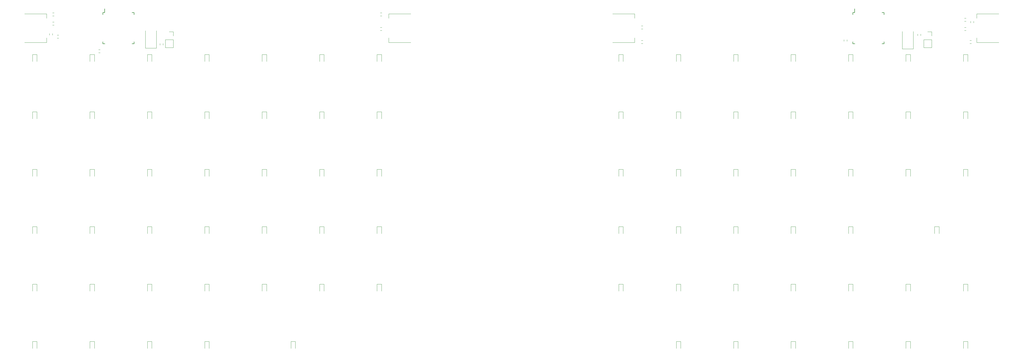
<source format=gbr>
%TF.GenerationSoftware,KiCad,Pcbnew,5.1.10-1.fc34*%
%TF.CreationDate,2021-08-03T16:02:25+03:00*%
%TF.ProjectId,keyboard,6b657962-6f61-4726-942e-6b696361645f,rev?*%
%TF.SameCoordinates,Original*%
%TF.FileFunction,Legend,Bot*%
%TF.FilePolarity,Positive*%
%FSLAX46Y46*%
G04 Gerber Fmt 4.6, Leading zero omitted, Abs format (unit mm)*
G04 Created by KiCad (PCBNEW 5.1.10-1.fc34) date 2021-08-03 16:02:25*
%MOMM*%
%LPD*%
G01*
G04 APERTURE LIST*
%ADD10C,0.120000*%
%ADD11C,0.150000*%
G04 APERTURE END LIST*
D10*
%TO.C,Y1*%
X66272000Y-24386000D02*
X66272000Y-18636000D01*
X69872000Y-24386000D02*
X66272000Y-24386000D01*
X69872000Y-18636000D02*
X69872000Y-24386000D01*
%TO.C,Y2*%
X316716000Y-24640000D02*
X316716000Y-18890000D01*
X320316000Y-24640000D02*
X316716000Y-24640000D01*
X320316000Y-18890000D02*
X320316000Y-24640000D01*
D11*
%TO.C,U2*%
X300962000Y-12605000D02*
X300962000Y-11330000D01*
X300387000Y-22955000D02*
X300387000Y-22280000D01*
X310737000Y-22955000D02*
X310737000Y-22280000D01*
X310737000Y-12605000D02*
X310737000Y-13280000D01*
X300387000Y-12605000D02*
X300387000Y-13280000D01*
X310737000Y-12605000D02*
X310062000Y-12605000D01*
X310737000Y-22955000D02*
X310062000Y-22955000D01*
X300387000Y-22955000D02*
X301062000Y-22955000D01*
X300387000Y-12605000D02*
X300962000Y-12605000D01*
%TO.C,U1*%
X52804000Y-12605000D02*
X52804000Y-11330000D01*
X52229000Y-22955000D02*
X52229000Y-22280000D01*
X62579000Y-22955000D02*
X62579000Y-22280000D01*
X62579000Y-12605000D02*
X62579000Y-13280000D01*
X52229000Y-12605000D02*
X52229000Y-13280000D01*
X62579000Y-12605000D02*
X61904000Y-12605000D01*
X62579000Y-22955000D02*
X61904000Y-22955000D01*
X52229000Y-22955000D02*
X52904000Y-22955000D01*
X52229000Y-12605000D02*
X52804000Y-12605000D01*
D10*
%TO.C,R16*%
X230869258Y-22874500D02*
X230394742Y-22874500D01*
X230869258Y-21829500D02*
X230394742Y-21829500D01*
%TO.C,R15*%
X144034742Y-12685500D02*
X144509258Y-12685500D01*
X144034742Y-13730500D02*
X144509258Y-13730500D01*
%TO.C,R14*%
X230869258Y-18048500D02*
X230394742Y-18048500D01*
X230869258Y-17003500D02*
X230394742Y-17003500D01*
%TO.C,R13*%
X144034742Y-17511500D02*
X144509258Y-17511500D01*
X144034742Y-18556500D02*
X144509258Y-18556500D01*
%TO.C,R12*%
X321803500Y-20240258D02*
X321803500Y-19765742D01*
X322848500Y-20240258D02*
X322848500Y-19765742D01*
%TO.C,R11*%
X71105500Y-23351258D02*
X71105500Y-22876742D01*
X72150500Y-23351258D02*
X72150500Y-22876742D01*
%TO.C,R10*%
X298464500Y-21606742D02*
X298464500Y-22081258D01*
X297419500Y-21606742D02*
X297419500Y-22081258D01*
%TO.C,R9*%
X50816742Y-24877500D02*
X51291258Y-24877500D01*
X50816742Y-25922500D02*
X51291258Y-25922500D01*
%TO.C,R8*%
X337328742Y-14463500D02*
X337803258Y-14463500D01*
X337328742Y-15508500D02*
X337803258Y-15508500D01*
%TO.C,R7*%
X37575258Y-21096500D02*
X37100742Y-21096500D01*
X37575258Y-20051500D02*
X37100742Y-20051500D01*
%TO.C,R6*%
X337328742Y-17511500D02*
X337803258Y-17511500D01*
X337328742Y-18556500D02*
X337803258Y-18556500D01*
%TO.C,R5*%
X36051258Y-16778500D02*
X35576742Y-16778500D01*
X36051258Y-15733500D02*
X35576742Y-15733500D01*
%TO.C,R4*%
X339106742Y-21829500D02*
X339581258Y-21829500D01*
X339106742Y-22874500D02*
X339581258Y-22874500D01*
%TO.C,R3*%
X35576742Y-12685500D02*
X36051258Y-12685500D01*
X35576742Y-13730500D02*
X36051258Y-13730500D01*
%TO.C,R2*%
X340374500Y-15510742D02*
X340374500Y-15985258D01*
X339329500Y-15510742D02*
X339329500Y-15985258D01*
%TO.C,R1*%
X34529500Y-20049258D02*
X34529500Y-19574742D01*
X35574500Y-20049258D02*
X35574500Y-19574742D01*
%TO.C,J6*%
X228128000Y-22530000D02*
X228128000Y-21030000D01*
X228128000Y-22530000D02*
X220868000Y-22530000D01*
X228128000Y-13030000D02*
X220868000Y-13030000D01*
X228128000Y-14530000D02*
X228128000Y-13030000D01*
%TO.C,J5*%
X146776000Y-13030000D02*
X146776000Y-14530000D01*
X146776000Y-13030000D02*
X154036000Y-13030000D01*
X146776000Y-22530000D02*
X154036000Y-22530000D01*
X146776000Y-21030000D02*
X146776000Y-22530000D01*
%TO.C,J4*%
X326450000Y-18990000D02*
X325120000Y-18990000D01*
X326450000Y-20320000D02*
X326450000Y-18990000D01*
X326450000Y-21590000D02*
X323790000Y-21590000D01*
X323790000Y-21590000D02*
X323790000Y-24190000D01*
X326450000Y-21590000D02*
X326450000Y-24190000D01*
X326450000Y-24190000D02*
X323790000Y-24190000D01*
%TO.C,J3*%
X75498000Y-18990000D02*
X74168000Y-18990000D01*
X75498000Y-20320000D02*
X75498000Y-18990000D01*
X75498000Y-21590000D02*
X72838000Y-21590000D01*
X72838000Y-21590000D02*
X72838000Y-24190000D01*
X75498000Y-21590000D02*
X75498000Y-24190000D01*
X75498000Y-24190000D02*
X72838000Y-24190000D01*
%TO.C,J2*%
X341340000Y-13030000D02*
X341340000Y-14530000D01*
X341340000Y-13030000D02*
X348600000Y-13030000D01*
X341340000Y-22530000D02*
X348600000Y-22530000D01*
X341340000Y-21030000D02*
X341340000Y-22530000D01*
%TO.C,J1*%
X33564000Y-22530000D02*
X33564000Y-21030000D01*
X33564000Y-22530000D02*
X26304000Y-22530000D01*
X33564000Y-13030000D02*
X26304000Y-13030000D01*
X33564000Y-14530000D02*
X33564000Y-13030000D01*
%TO.C,D1*%
X28915000Y-28800000D02*
X28915000Y-26515000D01*
X28915000Y-26515000D02*
X30385000Y-26515000D01*
X30385000Y-26515000D02*
X30385000Y-28800000D01*
%TO.C,D2*%
X47915000Y-28800000D02*
X47915000Y-26515000D01*
X47915000Y-26515000D02*
X49385000Y-26515000D01*
X49385000Y-26515000D02*
X49385000Y-28800000D01*
%TO.C,D3*%
X66915000Y-28800000D02*
X66915000Y-26515000D01*
X66915000Y-26515000D02*
X68385000Y-26515000D01*
X68385000Y-26515000D02*
X68385000Y-28800000D01*
%TO.C,D4*%
X87385000Y-26515000D02*
X87385000Y-28800000D01*
X85915000Y-26515000D02*
X87385000Y-26515000D01*
X85915000Y-28800000D02*
X85915000Y-26515000D01*
%TO.C,D5*%
X106385000Y-26515000D02*
X106385000Y-28800000D01*
X104915000Y-26515000D02*
X106385000Y-26515000D01*
X104915000Y-28800000D02*
X104915000Y-26515000D01*
%TO.C,D6*%
X123915000Y-28800000D02*
X123915000Y-26515000D01*
X123915000Y-26515000D02*
X125385000Y-26515000D01*
X125385000Y-26515000D02*
X125385000Y-28800000D01*
%TO.C,D7*%
X142915000Y-28800000D02*
X142915000Y-26515000D01*
X142915000Y-26515000D02*
X144385000Y-26515000D01*
X144385000Y-26515000D02*
X144385000Y-28800000D01*
%TO.C,D8*%
X222915000Y-28800000D02*
X222915000Y-26515000D01*
X222915000Y-26515000D02*
X224385000Y-26515000D01*
X224385000Y-26515000D02*
X224385000Y-28800000D01*
%TO.C,D9*%
X241915000Y-28800000D02*
X241915000Y-26515000D01*
X241915000Y-26515000D02*
X243385000Y-26515000D01*
X243385000Y-26515000D02*
X243385000Y-28800000D01*
%TO.C,D10*%
X260915000Y-28800000D02*
X260915000Y-26515000D01*
X260915000Y-26515000D02*
X262385000Y-26515000D01*
X262385000Y-26515000D02*
X262385000Y-28800000D01*
%TO.C,D11*%
X281385000Y-26515000D02*
X281385000Y-28800000D01*
X279915000Y-26515000D02*
X281385000Y-26515000D01*
X279915000Y-28800000D02*
X279915000Y-26515000D01*
%TO.C,D12*%
X300385000Y-26515000D02*
X300385000Y-28800000D01*
X298915000Y-26515000D02*
X300385000Y-26515000D01*
X298915000Y-28800000D02*
X298915000Y-26515000D01*
%TO.C,D13*%
X319385000Y-26515000D02*
X319385000Y-28800000D01*
X317915000Y-26515000D02*
X319385000Y-26515000D01*
X317915000Y-28800000D02*
X317915000Y-26515000D01*
%TO.C,D14*%
X338385000Y-26515000D02*
X338385000Y-28800000D01*
X336915000Y-26515000D02*
X338385000Y-26515000D01*
X336915000Y-28800000D02*
X336915000Y-26515000D01*
%TO.C,D15*%
X28915000Y-47800000D02*
X28915000Y-45515000D01*
X28915000Y-45515000D02*
X30385000Y-45515000D01*
X30385000Y-45515000D02*
X30385000Y-47800000D01*
%TO.C,D16*%
X49385000Y-45515000D02*
X49385000Y-47800000D01*
X47915000Y-45515000D02*
X49385000Y-45515000D01*
X47915000Y-47800000D02*
X47915000Y-45515000D01*
%TO.C,D17*%
X68385000Y-45515000D02*
X68385000Y-47800000D01*
X66915000Y-45515000D02*
X68385000Y-45515000D01*
X66915000Y-47800000D02*
X66915000Y-45515000D01*
%TO.C,D18*%
X87385000Y-45515000D02*
X87385000Y-47800000D01*
X85915000Y-45515000D02*
X87385000Y-45515000D01*
X85915000Y-47800000D02*
X85915000Y-45515000D01*
%TO.C,D19*%
X104915000Y-47800000D02*
X104915000Y-45515000D01*
X104915000Y-45515000D02*
X106385000Y-45515000D01*
X106385000Y-45515000D02*
X106385000Y-47800000D01*
%TO.C,D20*%
X123915000Y-47800000D02*
X123915000Y-45515000D01*
X123915000Y-45515000D02*
X125385000Y-45515000D01*
X125385000Y-45515000D02*
X125385000Y-47800000D01*
%TO.C,D21*%
X144385000Y-45515000D02*
X144385000Y-47800000D01*
X142915000Y-45515000D02*
X144385000Y-45515000D01*
X142915000Y-47800000D02*
X142915000Y-45515000D01*
%TO.C,D22*%
X224385000Y-45515000D02*
X224385000Y-47800000D01*
X222915000Y-45515000D02*
X224385000Y-45515000D01*
X222915000Y-47800000D02*
X222915000Y-45515000D01*
%TO.C,D23*%
X243385000Y-45515000D02*
X243385000Y-47800000D01*
X241915000Y-45515000D02*
X243385000Y-45515000D01*
X241915000Y-47800000D02*
X241915000Y-45515000D01*
%TO.C,D24*%
X260915000Y-47800000D02*
X260915000Y-45515000D01*
X260915000Y-45515000D02*
X262385000Y-45515000D01*
X262385000Y-45515000D02*
X262385000Y-47800000D01*
%TO.C,D25*%
X281385000Y-45515000D02*
X281385000Y-47800000D01*
X279915000Y-45515000D02*
X281385000Y-45515000D01*
X279915000Y-47800000D02*
X279915000Y-45515000D01*
%TO.C,D26*%
X298915000Y-47800000D02*
X298915000Y-45515000D01*
X298915000Y-45515000D02*
X300385000Y-45515000D01*
X300385000Y-45515000D02*
X300385000Y-47800000D01*
%TO.C,D27*%
X319385000Y-45515000D02*
X319385000Y-47800000D01*
X317915000Y-45515000D02*
X319385000Y-45515000D01*
X317915000Y-47800000D02*
X317915000Y-45515000D01*
%TO.C,D28*%
X336915000Y-47800000D02*
X336915000Y-45515000D01*
X336915000Y-45515000D02*
X338385000Y-45515000D01*
X338385000Y-45515000D02*
X338385000Y-47800000D01*
%TO.C,D29*%
X30385000Y-64515000D02*
X30385000Y-66800000D01*
X28915000Y-64515000D02*
X30385000Y-64515000D01*
X28915000Y-66800000D02*
X28915000Y-64515000D01*
%TO.C,D30*%
X47915000Y-66800000D02*
X47915000Y-64515000D01*
X47915000Y-64515000D02*
X49385000Y-64515000D01*
X49385000Y-64515000D02*
X49385000Y-66800000D01*
%TO.C,D31*%
X68385000Y-64515000D02*
X68385000Y-66800000D01*
X66915000Y-64515000D02*
X68385000Y-64515000D01*
X66915000Y-66800000D02*
X66915000Y-64515000D01*
%TO.C,D32*%
X87385000Y-64515000D02*
X87385000Y-66800000D01*
X85915000Y-64515000D02*
X87385000Y-64515000D01*
X85915000Y-66800000D02*
X85915000Y-64515000D01*
%TO.C,D33*%
X106385000Y-64515000D02*
X106385000Y-66800000D01*
X104915000Y-64515000D02*
X106385000Y-64515000D01*
X104915000Y-66800000D02*
X104915000Y-64515000D01*
%TO.C,D34*%
X123915000Y-66800000D02*
X123915000Y-64515000D01*
X123915000Y-64515000D02*
X125385000Y-64515000D01*
X125385000Y-64515000D02*
X125385000Y-66800000D01*
%TO.C,D35*%
X144385000Y-64515000D02*
X144385000Y-66800000D01*
X142915000Y-64515000D02*
X144385000Y-64515000D01*
X142915000Y-66800000D02*
X142915000Y-64515000D01*
%TO.C,D36*%
X222915000Y-66800000D02*
X222915000Y-64515000D01*
X222915000Y-64515000D02*
X224385000Y-64515000D01*
X224385000Y-64515000D02*
X224385000Y-66800000D01*
%TO.C,D37*%
X243385000Y-64515000D02*
X243385000Y-66800000D01*
X241915000Y-64515000D02*
X243385000Y-64515000D01*
X241915000Y-66800000D02*
X241915000Y-64515000D01*
%TO.C,D38*%
X260915000Y-66800000D02*
X260915000Y-64515000D01*
X260915000Y-64515000D02*
X262385000Y-64515000D01*
X262385000Y-64515000D02*
X262385000Y-66800000D01*
%TO.C,D39*%
X281385000Y-64515000D02*
X281385000Y-66800000D01*
X279915000Y-64515000D02*
X281385000Y-64515000D01*
X279915000Y-66800000D02*
X279915000Y-64515000D01*
%TO.C,D40*%
X298915000Y-66800000D02*
X298915000Y-64515000D01*
X298915000Y-64515000D02*
X300385000Y-64515000D01*
X300385000Y-64515000D02*
X300385000Y-66800000D01*
%TO.C,D41*%
X317915000Y-66800000D02*
X317915000Y-64515000D01*
X317915000Y-64515000D02*
X319385000Y-64515000D01*
X319385000Y-64515000D02*
X319385000Y-66800000D01*
%TO.C,D42*%
X336915000Y-66800000D02*
X336915000Y-64515000D01*
X336915000Y-64515000D02*
X338385000Y-64515000D01*
X338385000Y-64515000D02*
X338385000Y-66800000D01*
%TO.C,D43*%
X30385000Y-83515000D02*
X30385000Y-85800000D01*
X28915000Y-83515000D02*
X30385000Y-83515000D01*
X28915000Y-85800000D02*
X28915000Y-83515000D01*
%TO.C,D44*%
X47915000Y-85800000D02*
X47915000Y-83515000D01*
X47915000Y-83515000D02*
X49385000Y-83515000D01*
X49385000Y-83515000D02*
X49385000Y-85800000D01*
%TO.C,D45*%
X66915000Y-85800000D02*
X66915000Y-83515000D01*
X66915000Y-83515000D02*
X68385000Y-83515000D01*
X68385000Y-83515000D02*
X68385000Y-85800000D01*
%TO.C,D46*%
X87385000Y-83515000D02*
X87385000Y-85800000D01*
X85915000Y-83515000D02*
X87385000Y-83515000D01*
X85915000Y-85800000D02*
X85915000Y-83515000D01*
%TO.C,D47*%
X104915000Y-85800000D02*
X104915000Y-83515000D01*
X104915000Y-83515000D02*
X106385000Y-83515000D01*
X106385000Y-83515000D02*
X106385000Y-85800000D01*
%TO.C,D48*%
X125385000Y-83515000D02*
X125385000Y-85800000D01*
X123915000Y-83515000D02*
X125385000Y-83515000D01*
X123915000Y-85800000D02*
X123915000Y-83515000D01*
%TO.C,D49*%
X142915000Y-85800000D02*
X142915000Y-83515000D01*
X142915000Y-83515000D02*
X144385000Y-83515000D01*
X144385000Y-83515000D02*
X144385000Y-85800000D01*
%TO.C,D50*%
X224385000Y-83515000D02*
X224385000Y-85800000D01*
X222915000Y-83515000D02*
X224385000Y-83515000D01*
X222915000Y-85800000D02*
X222915000Y-83515000D01*
%TO.C,D51*%
X241915000Y-85800000D02*
X241915000Y-83515000D01*
X241915000Y-83515000D02*
X243385000Y-83515000D01*
X243385000Y-83515000D02*
X243385000Y-85800000D01*
%TO.C,D52*%
X262385000Y-83515000D02*
X262385000Y-85800000D01*
X260915000Y-83515000D02*
X262385000Y-83515000D01*
X260915000Y-85800000D02*
X260915000Y-83515000D01*
%TO.C,D53*%
X279915000Y-85800000D02*
X279915000Y-83515000D01*
X279915000Y-83515000D02*
X281385000Y-83515000D01*
X281385000Y-83515000D02*
X281385000Y-85800000D01*
%TO.C,D54*%
X298915000Y-85800000D02*
X298915000Y-83515000D01*
X298915000Y-83515000D02*
X300385000Y-83515000D01*
X300385000Y-83515000D02*
X300385000Y-85800000D01*
%TO.C,D55*%
X328885000Y-83515000D02*
X328885000Y-85800000D01*
X327415000Y-83515000D02*
X328885000Y-83515000D01*
X327415000Y-85800000D02*
X327415000Y-83515000D01*
%TO.C,D56*%
X30385000Y-102515000D02*
X30385000Y-104800000D01*
X28915000Y-102515000D02*
X30385000Y-102515000D01*
X28915000Y-104800000D02*
X28915000Y-102515000D01*
%TO.C,D57*%
X47915000Y-104800000D02*
X47915000Y-102515000D01*
X47915000Y-102515000D02*
X49385000Y-102515000D01*
X49385000Y-102515000D02*
X49385000Y-104800000D01*
%TO.C,D58*%
X68385000Y-102515000D02*
X68385000Y-104800000D01*
X66915000Y-102515000D02*
X68385000Y-102515000D01*
X66915000Y-104800000D02*
X66915000Y-102515000D01*
%TO.C,D59*%
X85915000Y-104800000D02*
X85915000Y-102515000D01*
X85915000Y-102515000D02*
X87385000Y-102515000D01*
X87385000Y-102515000D02*
X87385000Y-104800000D01*
%TO.C,D60*%
X106385000Y-102515000D02*
X106385000Y-104800000D01*
X104915000Y-102515000D02*
X106385000Y-102515000D01*
X104915000Y-104800000D02*
X104915000Y-102515000D01*
%TO.C,D61*%
X123915000Y-104800000D02*
X123915000Y-102515000D01*
X123915000Y-102515000D02*
X125385000Y-102515000D01*
X125385000Y-102515000D02*
X125385000Y-104800000D01*
%TO.C,D62*%
X144385000Y-102515000D02*
X144385000Y-104800000D01*
X142915000Y-102515000D02*
X144385000Y-102515000D01*
X142915000Y-104800000D02*
X142915000Y-102515000D01*
%TO.C,D63*%
X222915000Y-104800000D02*
X222915000Y-102515000D01*
X222915000Y-102515000D02*
X224385000Y-102515000D01*
X224385000Y-102515000D02*
X224385000Y-104800000D01*
%TO.C,D64*%
X243385000Y-102515000D02*
X243385000Y-104800000D01*
X241915000Y-102515000D02*
X243385000Y-102515000D01*
X241915000Y-104800000D02*
X241915000Y-102515000D01*
%TO.C,D65*%
X260915000Y-104800000D02*
X260915000Y-102515000D01*
X260915000Y-102515000D02*
X262385000Y-102515000D01*
X262385000Y-102515000D02*
X262385000Y-104800000D01*
%TO.C,D66*%
X281385000Y-102515000D02*
X281385000Y-104800000D01*
X279915000Y-102515000D02*
X281385000Y-102515000D01*
X279915000Y-104800000D02*
X279915000Y-102515000D01*
%TO.C,D67*%
X298915000Y-104800000D02*
X298915000Y-102515000D01*
X298915000Y-102515000D02*
X300385000Y-102515000D01*
X300385000Y-102515000D02*
X300385000Y-104800000D01*
%TO.C,D68*%
X317915000Y-104800000D02*
X317915000Y-102515000D01*
X317915000Y-102515000D02*
X319385000Y-102515000D01*
X319385000Y-102515000D02*
X319385000Y-104800000D01*
%TO.C,D69*%
X336915000Y-104800000D02*
X336915000Y-102515000D01*
X336915000Y-102515000D02*
X338385000Y-102515000D01*
X338385000Y-102515000D02*
X338385000Y-104800000D01*
%TO.C,D70*%
X30385000Y-121515000D02*
X30385000Y-123800000D01*
X28915000Y-121515000D02*
X30385000Y-121515000D01*
X28915000Y-123800000D02*
X28915000Y-121515000D01*
%TO.C,D71*%
X47915000Y-123800000D02*
X47915000Y-121515000D01*
X47915000Y-121515000D02*
X49385000Y-121515000D01*
X49385000Y-121515000D02*
X49385000Y-123800000D01*
%TO.C,D72*%
X68385000Y-121515000D02*
X68385000Y-123800000D01*
X66915000Y-121515000D02*
X68385000Y-121515000D01*
X66915000Y-123800000D02*
X66915000Y-121515000D01*
%TO.C,D73*%
X85915000Y-123800000D02*
X85915000Y-121515000D01*
X85915000Y-121515000D02*
X87385000Y-121515000D01*
X87385000Y-121515000D02*
X87385000Y-123800000D01*
%TO.C,D74*%
X115885000Y-121515000D02*
X115885000Y-123800000D01*
X114415000Y-121515000D02*
X115885000Y-121515000D01*
X114415000Y-123800000D02*
X114415000Y-121515000D01*
%TO.C,D75*%
X241915000Y-123800000D02*
X241915000Y-121515000D01*
X241915000Y-121515000D02*
X243385000Y-121515000D01*
X243385000Y-121515000D02*
X243385000Y-123800000D01*
%TO.C,D76*%
X262385000Y-121515000D02*
X262385000Y-123800000D01*
X260915000Y-121515000D02*
X262385000Y-121515000D01*
X260915000Y-123800000D02*
X260915000Y-121515000D01*
%TO.C,D77*%
X279915000Y-123800000D02*
X279915000Y-121515000D01*
X279915000Y-121515000D02*
X281385000Y-121515000D01*
X281385000Y-121515000D02*
X281385000Y-123800000D01*
%TO.C,D78*%
X300385000Y-121515000D02*
X300385000Y-123800000D01*
X298915000Y-121515000D02*
X300385000Y-121515000D01*
X298915000Y-123800000D02*
X298915000Y-121515000D01*
%TO.C,D79*%
X317915000Y-123800000D02*
X317915000Y-121515000D01*
X317915000Y-121515000D02*
X319385000Y-121515000D01*
X319385000Y-121515000D02*
X319385000Y-123800000D01*
%TO.C,D80*%
X338385000Y-121515000D02*
X338385000Y-123800000D01*
X336915000Y-121515000D02*
X338385000Y-121515000D01*
X336915000Y-123800000D02*
X336915000Y-121515000D01*
%TD*%
M02*

</source>
